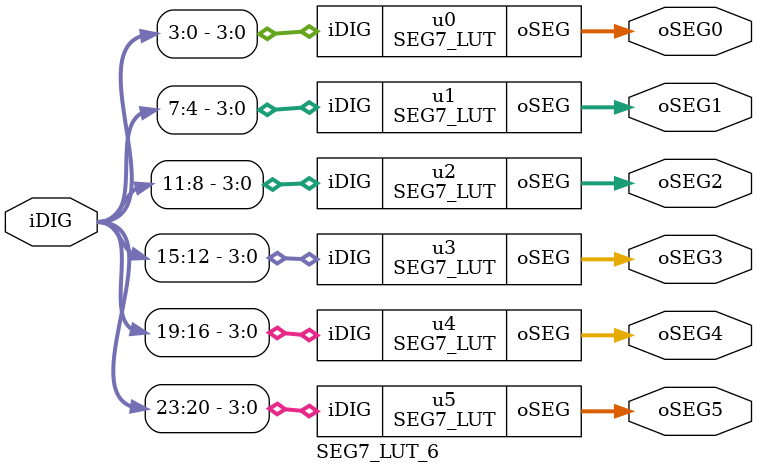
<source format=v>
module SEG7_LUT (   oSEG,iDIG   );
input   [3:0]   iDIG;
output  [6:0]   oSEG;
reg     [6:0]   oSEG;

always @(iDIG)
begin
        case(iDIG)
        4'h1: oSEG = 7'b1111001;    // ---t----
        4'h2: oSEG = 7'b0100100;    // |      |
        4'h3: oSEG = 7'b0110000;    // lt    rt
        4'h4: oSEG = 7'b0011001;    // |      |
        4'h5: oSEG = 7'b0010010;    // ---m----
        4'h6: oSEG = 7'b0000010;    // |      |
        4'h7: oSEG = 7'b1111000;    // lb    rb
        4'h8: oSEG = 7'b0000000;    // |      |
        4'h9: oSEG = 7'b0011000;    // ---b----
        4'ha: oSEG = 7'b0001000;
        4'hb: oSEG = 7'b0000011;
        4'hc: oSEG = 7'b1000110;
        4'hd: oSEG = 7'b0100001;
        4'he: oSEG = 7'b0000110;
        4'hf: oSEG = 7'b0001110;
        4'h0: oSEG = 7'b1000000;
        endcase
end

endmodule

module SEG7_LUT_6 (	oSEG0,oSEG1,oSEG2,oSEG3,oSEG4,oSEG5,iDIG );
input	[23:0]	iDIG;
output	[6:0]	oSEG0,oSEG1,oSEG2,oSEG3,oSEG4,oSEG5;

SEG7_LUT	u0	(	oSEG0,iDIG[3:0]		);
SEG7_LUT	u1	(	oSEG1,iDIG[7:4]		);
SEG7_LUT	u2	(	oSEG2,iDIG[11:8]	);
SEG7_LUT	u3	(	oSEG3,iDIG[15:12]	);
SEG7_LUT	u4	(	oSEG4,iDIG[19:16]	);
SEG7_LUT	u5	(	oSEG5,iDIG[23:20]	);


endmodule
</source>
